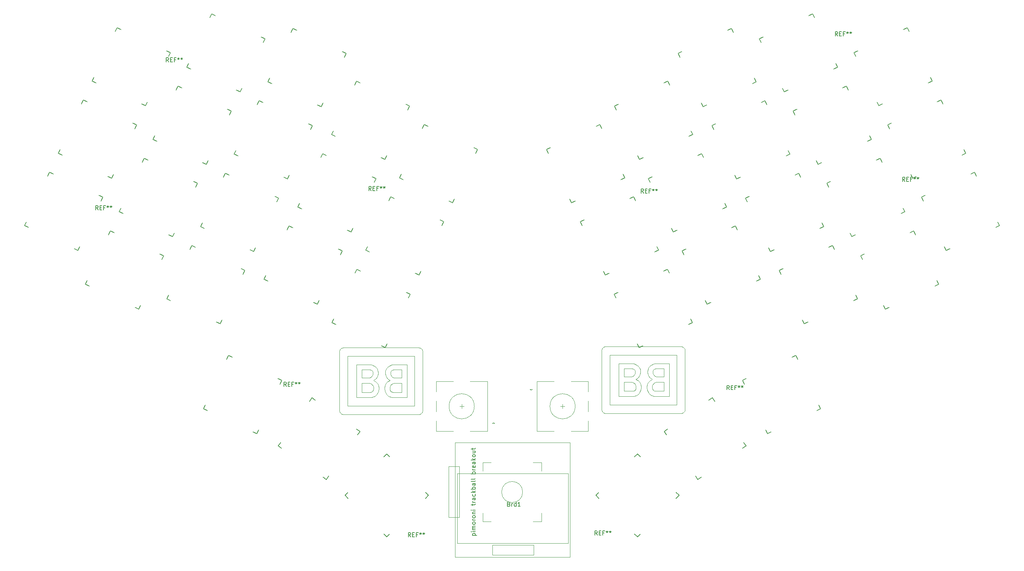
<source format=gbr>
%TF.GenerationSoftware,KiCad,Pcbnew,(5.1.10)-1*%
%TF.CreationDate,2021-08-07T23:48:32-07:00*%
%TF.ProjectId,barobord,6261726f-626f-4726-942e-6b696361645f,rev?*%
%TF.SameCoordinates,Original*%
%TF.FileFunction,Legend,Top*%
%TF.FilePolarity,Positive*%
%FSLAX46Y46*%
G04 Gerber Fmt 4.6, Leading zero omitted, Abs format (unit mm)*
G04 Created by KiCad (PCBNEW (5.1.10)-1) date 2021-08-07 23:48:32*
%MOMM*%
%LPD*%
G01*
G04 APERTURE LIST*
%ADD10C,0.080000*%
%ADD11C,0.150000*%
%ADD12C,0.120000*%
G04 APERTURE END LIST*
D10*
X167597456Y-104021104D02*
X167766129Y-103929904D01*
X167450832Y-119437127D02*
X167329840Y-119290504D01*
X176583763Y-113670994D02*
X176505663Y-114093094D01*
X169145273Y-117742824D02*
X169145273Y-105836604D01*
X167180874Y-104643904D02*
X167238614Y-104457404D01*
X186567893Y-119558119D02*
X186399293Y-119649345D01*
X187004693Y-118785040D02*
X186984493Y-118935384D01*
X185020293Y-105836604D02*
X185020293Y-117742824D01*
X168102919Y-103852204D02*
X168153081Y-103852204D01*
X186012493Y-103852204D02*
X186062493Y-103852204D01*
X167160893Y-118785040D02*
X167160893Y-118735016D01*
X168153081Y-103852204D02*
X186012493Y-103852204D01*
X167180874Y-118935384D02*
X167160893Y-118785040D01*
X167238614Y-104457404D02*
X167329840Y-104288805D01*
X167597456Y-119558119D02*
X167450832Y-119437127D01*
X186212793Y-119707085D02*
X186062493Y-119727204D01*
X176505663Y-114093094D02*
X176490063Y-114145874D01*
X168153081Y-119727204D02*
X168102919Y-119727204D01*
X167952576Y-103872204D02*
X168102919Y-103852204D01*
X167160893Y-104794204D02*
X167180874Y-104643904D01*
X167160893Y-118735016D02*
X167160893Y-104844404D01*
X186926793Y-119121830D02*
X186835593Y-119290504D01*
X186399293Y-103929904D02*
X186567893Y-104021104D01*
X167766129Y-119649345D02*
X167597456Y-119558119D01*
X186984493Y-118935384D02*
X186926793Y-119121830D01*
X186984493Y-104643904D02*
X187004693Y-104794204D01*
X186062493Y-119727204D02*
X186012493Y-119727204D01*
X167329840Y-119290504D02*
X167238614Y-119121830D01*
X186835593Y-104288805D02*
X186926793Y-104457404D01*
X186062493Y-103852204D02*
X186212793Y-103872204D01*
X186212793Y-103872204D02*
X186399293Y-103929904D01*
X167160893Y-104844404D02*
X167160893Y-104794204D01*
X168102919Y-119727204D02*
X167952576Y-119707085D01*
X186835593Y-119290504D02*
X186714593Y-119437127D01*
X186012493Y-119727204D02*
X168153081Y-119727204D01*
X185020293Y-117742824D02*
X169145273Y-117742824D01*
X187004693Y-104794204D02*
X187004693Y-104844404D01*
X187004693Y-118735016D02*
X187004693Y-118785040D01*
X186714593Y-104142104D02*
X186835593Y-104288805D01*
X186926793Y-104457404D02*
X186984493Y-104643904D01*
X167952576Y-119707085D02*
X167766129Y-119649345D01*
X186714593Y-119437127D02*
X186567893Y-119558119D01*
X187004693Y-104844404D02*
X187004693Y-118735016D01*
X167329840Y-104288805D02*
X167450832Y-104142104D01*
X167766129Y-103929904D02*
X167952576Y-103872204D01*
X186567893Y-104021104D02*
X186714593Y-104142104D01*
X176474363Y-114198504D02*
X176249613Y-114687034D01*
X169145273Y-105836604D02*
X185020293Y-105836604D01*
X167238614Y-119121830D02*
X167180874Y-118935384D01*
X186399293Y-119649345D02*
X186212793Y-119707085D01*
X176490063Y-114145874D02*
X176474363Y-114198504D01*
X167450832Y-104142104D02*
X167597456Y-104021104D01*
X176583763Y-113512814D02*
X176583763Y-113670994D01*
X174728682Y-112429924D02*
X174609193Y-112368084D01*
X174872262Y-112533994D02*
X174728682Y-112429924D01*
X174998343Y-112664484D02*
X174872262Y-112533994D01*
X175082693Y-112780234D02*
X174998343Y-112664484D01*
X175125803Y-110170524D02*
X175153783Y-109969444D01*
X175106793Y-112821294D02*
X175082693Y-112780234D01*
X174903133Y-110627724D02*
X175042303Y-110412354D01*
X175317783Y-113443064D02*
X175265013Y-113164024D01*
X174708253Y-110816814D02*
X174761172Y-110774904D01*
X174761172Y-110774904D02*
X174903133Y-110627724D01*
X175141923Y-112875874D02*
X175106793Y-112821294D01*
X175317783Y-113536234D02*
X175317783Y-113443064D01*
X175042303Y-110412354D02*
X175125803Y-110170524D01*
X174680843Y-110838294D02*
X174708253Y-110816814D01*
X175153783Y-109969444D02*
X175153783Y-109902484D01*
X174547033Y-110925114D02*
X174680843Y-110838294D01*
X174546083Y-112344515D02*
X174447413Y-112317075D01*
X174567573Y-112352354D02*
X174546083Y-112344515D01*
X174609193Y-112368084D02*
X174567573Y-112352354D01*
X175265013Y-113164024D02*
X175141923Y-112875874D01*
X172481103Y-111027774D02*
X173969782Y-111027774D01*
X175153783Y-109815244D02*
X175100193Y-109553704D01*
X174739543Y-115677424D02*
X174346803Y-115716544D01*
X175842403Y-111953675D02*
X176189113Y-112307304D01*
X175422523Y-111540144D02*
X175294363Y-111613884D01*
X176396223Y-109741934D02*
X176396223Y-109843784D01*
X175282653Y-115542664D02*
X175080473Y-115605064D01*
X175083363Y-108015304D02*
X175149793Y-108040604D01*
X174216023Y-107862804D02*
X174328773Y-107862804D01*
X171238513Y-107862804D02*
X174216023Y-107862804D01*
X175860853Y-115177324D02*
X175821873Y-115212464D01*
X176120743Y-110854844D02*
X175776393Y-111265754D01*
X176327333Y-110380784D02*
X176120743Y-110854844D01*
X175364633Y-115509424D02*
X175317783Y-115529004D01*
X174391742Y-110992634D02*
X174417113Y-110984804D01*
X176396223Y-109978014D02*
X176327333Y-110380784D01*
X175776393Y-111265754D02*
X175422523Y-111540144D01*
X176249613Y-114687034D02*
X176220403Y-114731944D01*
X172481103Y-109105404D02*
X172481103Y-111027774D01*
X174366243Y-110998424D02*
X174391742Y-110992634D01*
X174209953Y-111018954D02*
X174366243Y-110998424D01*
X174346803Y-115716544D02*
X174216023Y-115716544D01*
X176243823Y-112387484D02*
X176300453Y-112467564D01*
X174029723Y-111027774D02*
X174209953Y-111018954D01*
X174298043Y-109105404D02*
X172481103Y-109105404D01*
X175775023Y-108437204D02*
X175823813Y-108480204D01*
X176192953Y-114776884D02*
X176038613Y-114986894D01*
X174843053Y-115659924D02*
X174790423Y-115669694D01*
X175100193Y-109553704D02*
X174939783Y-109304704D01*
X175294363Y-111613884D02*
X175397833Y-111662634D01*
X176035723Y-108721304D02*
X176204673Y-108997804D01*
X175821873Y-115212464D02*
X175784653Y-115245694D01*
X175584413Y-115391214D02*
X175364633Y-115509424D01*
X173969782Y-111027774D02*
X174029723Y-111027774D01*
X174672302Y-109155204D02*
X174391603Y-109105404D01*
X175153783Y-109902484D02*
X175153783Y-109815244D01*
X176204673Y-108997804D02*
X176232113Y-109058404D01*
X176583763Y-113361754D02*
X176583763Y-113512814D01*
X176498743Y-112909064D02*
X176583763Y-113361754D01*
X176300453Y-112467564D02*
X176498743Y-112909064D01*
X176259383Y-109118904D02*
X176355163Y-109436404D01*
X176355163Y-109436404D02*
X176396223Y-109741934D01*
X175726093Y-108392304D02*
X175775023Y-108437204D01*
X174790423Y-115669694D02*
X174739543Y-115677424D01*
X175823813Y-108480204D02*
X176035723Y-108721304D01*
X171238513Y-115716544D02*
X171238513Y-107862804D01*
X175080473Y-115605064D02*
X174843053Y-115659924D01*
X176038613Y-114986894D02*
X175860853Y-115177324D01*
X174391603Y-109105404D02*
X174298043Y-109105404D01*
X174328773Y-107862804D02*
X174667193Y-107900904D01*
X176189113Y-112307304D02*
X176243823Y-112387484D01*
X175317783Y-115529004D02*
X175282653Y-115542664D01*
X175397833Y-111662634D02*
X175842403Y-111953675D01*
X175455443Y-108196904D02*
X175726093Y-108392304D01*
X175784653Y-115245694D02*
X175584413Y-115391214D01*
X176220403Y-114731944D02*
X176192953Y-114776884D01*
X174667193Y-107900904D02*
X175016933Y-107989804D01*
X174216023Y-115716544D02*
X171238513Y-115716544D01*
X175016933Y-107989804D02*
X175083363Y-108015304D01*
X176396223Y-109843784D02*
X176396223Y-109978014D01*
X175149793Y-108040604D02*
X175455443Y-108196904D01*
X176232113Y-109058404D02*
X176259383Y-109118904D01*
X174417113Y-110984804D02*
X174547033Y-110925114D01*
X174939783Y-109304704D02*
X174672302Y-109155204D01*
X179544893Y-109304604D02*
X179384493Y-109553704D01*
X179812293Y-109155004D02*
X179544893Y-109304604D01*
X182003593Y-109105304D02*
X180186693Y-109105304D01*
X179937493Y-110925114D02*
X180067493Y-110984804D01*
X180092993Y-109105304D02*
X179812293Y-109155004D01*
X180118293Y-110998424D02*
X180274593Y-111018954D01*
X180186693Y-109105304D02*
X180092993Y-109105304D01*
X182003593Y-111027774D02*
X182003593Y-109105304D01*
X180514893Y-111027774D02*
X182003593Y-111027774D01*
X180454793Y-111027774D02*
X180514893Y-111027774D01*
X180274593Y-111018954D02*
X180454793Y-111027774D01*
X180067493Y-110984804D02*
X180092993Y-110992634D01*
X180092993Y-110992634D02*
X180118293Y-110998424D01*
X179803693Y-110838294D02*
X179937493Y-110925114D01*
X179486193Y-112664344D02*
X179401893Y-112780094D01*
X179875393Y-112368084D02*
X179755893Y-112429924D01*
X175317783Y-113636144D02*
X175317783Y-113536234D01*
X174461593Y-114450564D02*
X174777043Y-114393384D01*
X172481103Y-112293784D02*
X172481103Y-114450564D01*
X179938593Y-112344515D02*
X179917093Y-112352354D01*
X179330993Y-109969444D02*
X179358793Y-110170524D01*
X179330993Y-109902484D02*
X179330993Y-109969444D01*
X179219593Y-113164024D02*
X179166893Y-113443064D01*
X179917093Y-112352354D02*
X179875393Y-112368084D01*
X180259993Y-112296684D02*
X180155393Y-112303414D01*
X180139792Y-112305504D02*
X180114192Y-112305504D01*
X180155393Y-112303414D02*
X180139792Y-112305504D01*
X182003593Y-112293784D02*
X180432893Y-112293784D01*
X179407093Y-114221934D02*
X179707493Y-114393384D01*
X175077442Y-114221934D02*
X175257703Y-113936284D01*
X174777043Y-114393384D02*
X175077442Y-114221934D01*
X179226893Y-113936284D02*
X179407093Y-114221934D01*
X174370503Y-112305504D02*
X174344893Y-112305504D01*
X179401893Y-112780094D02*
X179377893Y-112821154D01*
X172481103Y-114450564D02*
X174356603Y-114450564D01*
X174224702Y-112296684D02*
X174095053Y-112293784D01*
X179612293Y-112533994D02*
X179486193Y-112664344D01*
X179755893Y-112429924D02*
X179612293Y-112533994D01*
X180128093Y-114450564D02*
X182003593Y-114450564D01*
X179342593Y-112875874D02*
X179219593Y-113164024D01*
X174356603Y-114450564D02*
X174461593Y-114450564D01*
X180432893Y-112293784D02*
X180389593Y-112293784D01*
X179166893Y-113636144D02*
X179226893Y-113936284D01*
X179377893Y-112821154D02*
X179342593Y-112875874D01*
X180389593Y-112293784D02*
X180259993Y-112296684D01*
X180037293Y-112317075D02*
X179938593Y-112344515D01*
X174095053Y-112293784D02*
X174051913Y-112293784D01*
X175257703Y-113936284D02*
X175317783Y-113636144D01*
X174447413Y-112317075D02*
X174370503Y-112305504D01*
X180114192Y-112305504D02*
X180037293Y-112317075D01*
X174329163Y-112303414D02*
X174224702Y-112296684D01*
X179166893Y-113536234D02*
X179166893Y-113636144D01*
X179776393Y-110816814D02*
X179803693Y-110838294D01*
X179723393Y-110774904D02*
X179776393Y-110816814D01*
X179581393Y-110627724D02*
X179723393Y-110774904D01*
X174344893Y-112305504D02*
X174329163Y-112303414D01*
X179442293Y-110412354D02*
X179581393Y-110627724D01*
X179707493Y-114393384D02*
X180022993Y-114450564D01*
X179358793Y-110170524D02*
X179442293Y-110412354D01*
X174051913Y-112293784D02*
X172481103Y-112293784D01*
X182003593Y-114450564D02*
X182003593Y-112293784D01*
X180022993Y-114450564D02*
X180128093Y-114450564D01*
X179166893Y-113443064D02*
X179166893Y-113536234D01*
X179401293Y-108015304D02*
X179467693Y-107989804D01*
X178623693Y-115177324D02*
X178445893Y-114986894D01*
X178642293Y-111953675D02*
X179086693Y-111662634D01*
X178264293Y-114731944D02*
X178234893Y-114686894D01*
X177900893Y-113657764D02*
X177900893Y-113512814D01*
X179029093Y-108196904D02*
X179334893Y-108040604D01*
X177978893Y-114093094D02*
X177900893Y-113657764D01*
X178699893Y-115245694D02*
X178662793Y-115212464D01*
X178662793Y-115212464D02*
X178623693Y-115177324D01*
X179166893Y-115529004D02*
X179119893Y-115509424D01*
X179202093Y-115542664D02*
X179166893Y-115529004D01*
X179404193Y-115605064D02*
X179202093Y-115542664D01*
X179745193Y-115677424D02*
X179694393Y-115669694D01*
X179334893Y-108040604D02*
X179401293Y-108015304D01*
X178088493Y-109843924D02*
X178088493Y-109741934D01*
X178088493Y-109978124D02*
X178088493Y-109843924D01*
X178363793Y-110854844D02*
X178157193Y-110380784D01*
X178184093Y-112467564D02*
X178240893Y-112387484D01*
X179384493Y-109553704D02*
X179330993Y-109815244D01*
X180268793Y-107862804D02*
X183246193Y-107862804D01*
X180155892Y-107862804D02*
X180268793Y-107862804D01*
X178709693Y-108437204D02*
X178758493Y-108392304D01*
X178129393Y-109436404D02*
X178225193Y-109118904D01*
X177985793Y-112909064D02*
X178184093Y-112467564D01*
X178234893Y-114686894D02*
X178010193Y-114198504D01*
X178448793Y-108721304D02*
X178660793Y-108480104D01*
X178291593Y-114776884D02*
X178264293Y-114731944D01*
X177900893Y-113512814D02*
X177900893Y-113361754D01*
X178445893Y-114986894D02*
X178291593Y-114776884D01*
X180268793Y-115716544D02*
X180125193Y-115716544D01*
X178088493Y-109741934D02*
X178129393Y-109436404D01*
X179330993Y-109815244D02*
X179330993Y-109902484D01*
X178708193Y-111265754D02*
X178363793Y-110854844D01*
X179694393Y-115669694D02*
X179641593Y-115659924D01*
X179817493Y-107900904D02*
X180155892Y-107862804D01*
X178758493Y-108392304D02*
X179029093Y-108196904D01*
X179641593Y-115659924D02*
X179404193Y-115605064D01*
X177994593Y-114145874D02*
X177978893Y-114093094D01*
X178900093Y-115391214D02*
X178699893Y-115245694D01*
X178010193Y-114198504D02*
X177994593Y-114145874D01*
X179119893Y-115509424D02*
X178900093Y-115391214D01*
X178225193Y-109118904D02*
X178252593Y-109058404D01*
X179086693Y-111662634D02*
X179190293Y-111613884D01*
X179467693Y-107989804D02*
X179817493Y-107900904D01*
X183246193Y-107862804D02*
X183246193Y-115716544D01*
X179061993Y-111540144D02*
X178708193Y-111265754D01*
X177900893Y-113361754D02*
X177985793Y-112909064D01*
X178660793Y-108480104D02*
X178709693Y-108437204D01*
X178279893Y-108997804D02*
X178448793Y-108721304D01*
X178295593Y-112307304D02*
X178642293Y-111953675D01*
X179190293Y-111613884D02*
X179061993Y-111540144D01*
X178240893Y-112387484D02*
X178295593Y-112307304D01*
X180125193Y-115716544D02*
X179745193Y-115677424D01*
X183246193Y-115716544D02*
X180268793Y-115716544D01*
X178157193Y-110380784D02*
X178088493Y-109978124D01*
X178252593Y-109058404D02*
X178279893Y-108997804D01*
X112620533Y-110672254D02*
X112704033Y-110430424D01*
X111788183Y-111278854D02*
X111944473Y-111258324D01*
X112732013Y-110162384D02*
X112732013Y-110075144D01*
X112481363Y-110887624D02*
X112620533Y-110672254D01*
X112339402Y-111034804D02*
X112481363Y-110887624D01*
X113905563Y-110640684D02*
X113698973Y-111114744D01*
X112286483Y-111076714D02*
X112339402Y-111034804D01*
X112125263Y-111185014D02*
X112259073Y-111098194D01*
X112595163Y-108249704D02*
X112661593Y-108275204D01*
X111995343Y-111244704D02*
X112125263Y-111185014D01*
X113698973Y-111114744D02*
X113354623Y-111525654D01*
X111944473Y-111258324D02*
X111969972Y-111252534D01*
X112245423Y-108160804D02*
X112595163Y-108249704D01*
X110059333Y-109365304D02*
X110059333Y-111287674D01*
X113420633Y-112213575D02*
X113767343Y-112567204D01*
X112250532Y-109415104D02*
X111969833Y-109365304D01*
X113822053Y-112647384D02*
X113878683Y-112727464D01*
X113613953Y-108981204D02*
X113782903Y-109257704D01*
X113402043Y-108740104D02*
X113613953Y-108981204D01*
X113767343Y-112567204D02*
X113822053Y-112647384D01*
X111548012Y-111287674D02*
X111607953Y-111287674D01*
X113354623Y-111525654D02*
X113000753Y-111800044D01*
X113837613Y-109378804D02*
X113933393Y-109696304D01*
X108816743Y-108122704D02*
X111794253Y-108122704D01*
X112518013Y-109564604D02*
X112250532Y-109415104D01*
X112661593Y-108275204D02*
X112728023Y-108300504D01*
X114076973Y-113168964D02*
X114161993Y-113621654D01*
X112976063Y-111922534D02*
X113420633Y-112213575D01*
X111876273Y-109365304D02*
X110059333Y-109365304D01*
X113000753Y-111800044D02*
X112872593Y-111873784D01*
X112872593Y-111873784D02*
X112976063Y-111922534D01*
X113810343Y-109318304D02*
X113837613Y-109378804D01*
X112678423Y-109813604D02*
X112518013Y-109564604D01*
X111794253Y-108122704D02*
X111907003Y-108122704D01*
X114161993Y-113621654D02*
X114161993Y-113772714D01*
X113974453Y-110103684D02*
X113974453Y-110237914D01*
X113933393Y-109696304D02*
X113974453Y-110001834D01*
X113304323Y-108652204D02*
X113353253Y-108697104D01*
X111969833Y-109365304D02*
X111876273Y-109365304D01*
X113878683Y-112727464D02*
X114076973Y-113168964D01*
X113353253Y-108697104D02*
X113402043Y-108740104D01*
X113782903Y-109257704D02*
X113810343Y-109318304D01*
X112843243Y-113423924D02*
X112720153Y-113135774D01*
X113033673Y-108456804D02*
X113304323Y-108652204D01*
X111969972Y-111252534D02*
X111995343Y-111244704D01*
X112896013Y-113702964D02*
X112843243Y-113423924D01*
X112896013Y-113796134D02*
X112896013Y-113702964D01*
X112732013Y-110229344D02*
X112732013Y-110162384D01*
X110059333Y-111287674D02*
X111548012Y-111287674D01*
X113974453Y-110237914D02*
X113905563Y-110640684D01*
X113974453Y-110001834D02*
X113974453Y-110103684D01*
X111907003Y-108122704D02*
X112245423Y-108160804D01*
X112704033Y-110430424D02*
X112732013Y-110229344D01*
X111607953Y-111287674D02*
X111788183Y-111278854D01*
X112259073Y-111098194D02*
X112286483Y-111076714D01*
X112732013Y-110075144D02*
X112678423Y-109813604D01*
X112728023Y-108300504D02*
X113033673Y-108456804D01*
X116241023Y-115472364D02*
X116201923Y-115437224D01*
X119581823Y-109365204D02*
X117764923Y-109365204D01*
X117323423Y-115937324D02*
X117272623Y-115929594D01*
X115707623Y-109696304D02*
X115803423Y-109378804D01*
X117847023Y-108122704D02*
X120824423Y-108122704D01*
X117045923Y-108249704D02*
X117395723Y-108160804D01*
X116913123Y-108300504D02*
X116979523Y-108275204D01*
X115564023Y-113168964D02*
X115762323Y-112727464D01*
X115803423Y-109378804D02*
X115830823Y-109318304D01*
X115819123Y-112647384D02*
X115873823Y-112567204D01*
X116287923Y-108697104D02*
X116336723Y-108652204D01*
X115479123Y-113772714D02*
X115479123Y-113621654D01*
X115942023Y-111114744D02*
X115735423Y-110640684D01*
X116278123Y-115505594D02*
X116241023Y-115472364D01*
X116478323Y-115651114D02*
X116278123Y-115505594D01*
X116698123Y-115769324D02*
X116478323Y-115651114D01*
X120824423Y-108122704D02*
X120824423Y-115976444D01*
X120824423Y-115976444D02*
X117847023Y-115976444D01*
X116909223Y-110075144D02*
X116909223Y-110162384D01*
X115479123Y-113621654D02*
X115564023Y-113168964D01*
X117123123Y-109564504D02*
X116962723Y-109813604D01*
X115762323Y-112727464D02*
X115819123Y-112647384D01*
X115858123Y-109257704D02*
X116027023Y-108981204D01*
X116220523Y-112213575D02*
X116664923Y-111922534D01*
X116640223Y-111800044D02*
X116286423Y-111525654D01*
X117395723Y-108160804D02*
X117734122Y-108122704D01*
X115666723Y-110238024D02*
X115666723Y-110103824D01*
X116745123Y-115788904D02*
X116698123Y-115769324D01*
X116982423Y-115864964D02*
X116780323Y-115802564D01*
X117219823Y-115919824D02*
X116982423Y-115864964D01*
X115666723Y-110001834D02*
X115707623Y-109696304D01*
X117272623Y-115929594D02*
X117219823Y-115919824D01*
X116336723Y-108652204D02*
X116607323Y-108456804D01*
X116979523Y-108275204D02*
X117045923Y-108249704D01*
X116286423Y-111525654D02*
X115942023Y-111114744D01*
X116768523Y-111873784D02*
X116640223Y-111800044D01*
X118093123Y-111287674D02*
X119581823Y-111287674D01*
X117696523Y-111258324D02*
X117852823Y-111278854D01*
X116664923Y-111922534D02*
X116768523Y-111873784D01*
X117390523Y-109414904D02*
X117123123Y-109564504D01*
X115873823Y-112567204D02*
X116220523Y-112213575D01*
X117671223Y-109365204D02*
X117390523Y-109414904D01*
X119581823Y-111287674D02*
X119581823Y-109365204D01*
X116780323Y-115802564D02*
X116745123Y-115788904D01*
X116027023Y-108981204D02*
X116239023Y-108740004D01*
X116962723Y-109813604D02*
X116909223Y-110075144D01*
X115830823Y-109318304D02*
X115858123Y-109257704D01*
X115735423Y-110640684D02*
X115666723Y-110238024D01*
X117847023Y-115976444D02*
X117703423Y-115976444D01*
X116607323Y-108456804D02*
X116913123Y-108300504D01*
X116239023Y-108740004D02*
X116287923Y-108697104D01*
X118033023Y-111287674D02*
X118093123Y-111287674D01*
X117734122Y-108122704D02*
X117847023Y-108122704D01*
X115813123Y-114946794D02*
X115588423Y-114458404D01*
X115842523Y-114991844D02*
X115813123Y-114946794D01*
X115666723Y-110103824D02*
X115666723Y-110001834D01*
X117703423Y-115976444D02*
X117323423Y-115937324D01*
X115869823Y-115036784D02*
X115842523Y-114991844D01*
X116024123Y-115246794D02*
X115869823Y-115036784D01*
X117852823Y-111278854D02*
X118033023Y-111287674D01*
X116201923Y-115437224D02*
X116024123Y-115246794D01*
X117764923Y-109365204D02*
X117671223Y-109365204D01*
X116980123Y-113039994D02*
X116956123Y-113081054D01*
X116797823Y-113423924D02*
X116745123Y-113702964D01*
X117354623Y-111076714D02*
X117381923Y-111098194D01*
X116937023Y-110430424D02*
X117020523Y-110672254D01*
X116909223Y-110229344D02*
X116937023Y-110430424D01*
X112896013Y-113896044D02*
X112896013Y-113796134D01*
X112660923Y-113040134D02*
X112576573Y-112924384D01*
X119581823Y-114710464D02*
X119581823Y-112553684D01*
X116956123Y-113081054D02*
X116920823Y-113135774D01*
X117334123Y-112689824D02*
X117190523Y-112793894D01*
X117601223Y-114710464D02*
X117706323Y-114710464D01*
X111923123Y-112565404D02*
X111907393Y-112563314D01*
X110059333Y-114710464D02*
X111934833Y-114710464D01*
X117516823Y-112604415D02*
X117495323Y-112612254D01*
X111934833Y-114710464D02*
X112039823Y-114710464D01*
X117733623Y-112563314D02*
X117718022Y-112565404D01*
X118011123Y-112553684D02*
X117967823Y-112553684D01*
X112685023Y-113081194D02*
X112660923Y-113040134D01*
X110059333Y-112553684D02*
X110059333Y-114710464D01*
X119581823Y-112553684D02*
X118011123Y-112553684D01*
X111948733Y-112565404D02*
X111923123Y-112565404D01*
X117706323Y-114710464D02*
X119581823Y-114710464D01*
X116745123Y-113796134D02*
X116745123Y-113896044D01*
X111630143Y-112553684D02*
X110059333Y-112553684D01*
X117285723Y-114653284D02*
X117601223Y-114710464D01*
X112720153Y-113135774D02*
X112685023Y-113081194D01*
X117064423Y-112924244D02*
X116980123Y-113039994D01*
X111802932Y-112556584D02*
X111673283Y-112553684D01*
X117453623Y-112627984D02*
X117334123Y-112689824D01*
X117495323Y-112612254D02*
X117453623Y-112627984D01*
X117692422Y-112565404D02*
X117615523Y-112576975D01*
X117838223Y-112556584D02*
X117733623Y-112563314D01*
X112835933Y-114196184D02*
X112896013Y-113896044D01*
X111673283Y-112553684D02*
X111630143Y-112553684D01*
X112145803Y-112612254D02*
X112124313Y-112604415D01*
X112039823Y-114710464D02*
X112355273Y-114653284D01*
X111907393Y-112563314D02*
X111802932Y-112556584D01*
X117615523Y-112576975D02*
X117516823Y-112604415D01*
X117718022Y-112565404D02*
X117692422Y-112565404D01*
X112355273Y-114653284D02*
X112655672Y-114481834D01*
X112576573Y-112924384D02*
X112450492Y-112793894D01*
X117671223Y-111252534D02*
X117696523Y-111258324D01*
X116745123Y-113702964D02*
X116745123Y-113796134D01*
X112025643Y-112576975D02*
X111948733Y-112565404D01*
X117645723Y-111244704D02*
X117671223Y-111252534D01*
X117159623Y-110887624D02*
X117301623Y-111034804D01*
X112124313Y-112604415D02*
X112025643Y-112576975D01*
X112187423Y-112627984D02*
X112145803Y-112612254D01*
X117301623Y-111034804D02*
X117354623Y-111076714D01*
X117190523Y-112793894D02*
X117064423Y-112924244D01*
X116985323Y-114481834D02*
X117285723Y-114653284D01*
X116745123Y-113896044D02*
X116805123Y-114196184D01*
X112306912Y-112689824D02*
X112187423Y-112627984D01*
X117515723Y-111185014D02*
X117645723Y-111244704D01*
X117381923Y-111098194D02*
X117515723Y-111185014D01*
X117020523Y-110672254D02*
X117159623Y-110887624D01*
X116909223Y-110162384D02*
X116909223Y-110229344D01*
X116805123Y-114196184D02*
X116985323Y-114481834D01*
X112655672Y-114481834D02*
X112835933Y-114196184D01*
X112450492Y-112793894D02*
X112306912Y-112689824D01*
X116920823Y-113135774D02*
X116797823Y-113423924D01*
X117967823Y-112553684D02*
X117838223Y-112556584D01*
X115588423Y-114458404D02*
X115572823Y-114405774D01*
X115557123Y-114352994D02*
X115479123Y-113917664D01*
X115479123Y-113917664D02*
X115479123Y-113772714D01*
X115572823Y-114405774D02*
X115557123Y-114352994D01*
X123791023Y-119966985D02*
X123640723Y-119987104D01*
X123590723Y-104112104D02*
X123640723Y-104112104D01*
X124562723Y-119195284D02*
X124505023Y-119381730D01*
X124582923Y-105104304D02*
X124582923Y-118994916D01*
X123977523Y-119909245D02*
X123791023Y-119966985D01*
X124413823Y-119550404D02*
X124292823Y-119697027D01*
X124582923Y-105054104D02*
X124582923Y-105104304D01*
X124562723Y-104903804D02*
X124582923Y-105054104D01*
X124505023Y-104717304D02*
X124562723Y-104903804D01*
X124146123Y-119818019D02*
X123977523Y-119909245D01*
X124292823Y-119697027D02*
X124146123Y-119818019D01*
X124582923Y-118994916D02*
X124582923Y-119044940D01*
X123791023Y-104132104D02*
X123977523Y-104189804D01*
X123640723Y-104112104D02*
X123791023Y-104132104D01*
X124292823Y-104402004D02*
X124413823Y-104548705D01*
X123977523Y-104189804D02*
X124146123Y-104281004D01*
X124505023Y-119381730D02*
X124413823Y-119550404D01*
X124146123Y-104281004D02*
X124292823Y-104402004D01*
X124582923Y-119044940D02*
X124562723Y-119195284D01*
X124413823Y-104548705D02*
X124505023Y-104717304D01*
X105681149Y-119987104D02*
X105530806Y-119966985D01*
X105731311Y-119987104D02*
X105681149Y-119987104D01*
X105731311Y-104112104D02*
X123590723Y-104112104D01*
X123590723Y-119987104D02*
X105731311Y-119987104D01*
X123640723Y-119987104D02*
X123590723Y-119987104D01*
X114083893Y-114352994D02*
X114068293Y-114405774D01*
X113616843Y-115246794D02*
X113439083Y-115437224D01*
X105175686Y-104281004D02*
X105344359Y-104189804D01*
X114161993Y-113772714D02*
X114161993Y-113930894D01*
X104759104Y-119195284D02*
X104739123Y-119044940D01*
X105530806Y-119966985D02*
X105344359Y-119909245D01*
X104739123Y-105054104D02*
X104759104Y-104903804D01*
X112317773Y-115937324D02*
X111925033Y-115976444D01*
X112368653Y-115929594D02*
X112317773Y-115937324D01*
X114161993Y-113930894D02*
X114083893Y-114352994D01*
X112421283Y-115919824D02*
X112368653Y-115929594D01*
X112896013Y-115788904D02*
X112860883Y-115802564D01*
X113439083Y-115437224D02*
X113400103Y-115472364D01*
X114068293Y-114405774D02*
X114052593Y-114458404D01*
X122598523Y-118002724D02*
X106723503Y-118002724D01*
X104739123Y-118994916D02*
X104739123Y-105104304D01*
X105029062Y-119697027D02*
X104908070Y-119550404D01*
X105175686Y-119818019D02*
X105029062Y-119697027D01*
X112942863Y-115769324D02*
X112896013Y-115788904D01*
X113798633Y-114991844D02*
X113771183Y-115036784D01*
X106723503Y-118002724D02*
X106723503Y-106096504D01*
X105681149Y-104112104D02*
X105731311Y-104112104D01*
X104759104Y-104903804D02*
X104816844Y-104717304D01*
X105530806Y-104132104D02*
X105681149Y-104112104D01*
X104908070Y-104548705D02*
X105029062Y-104402004D01*
X104739123Y-105104304D02*
X104739123Y-105054104D01*
X104739123Y-119044940D02*
X104739123Y-118994916D01*
X104908070Y-119550404D02*
X104816844Y-119381730D01*
X113162643Y-115651114D02*
X112942863Y-115769324D01*
X105344359Y-104189804D02*
X105530806Y-104132104D01*
X104816844Y-119381730D02*
X104759104Y-119195284D01*
X122598523Y-106096504D02*
X122598523Y-118002724D01*
X105029062Y-104402004D02*
X105175686Y-104281004D01*
X106723503Y-106096504D02*
X122598523Y-106096504D01*
X108816743Y-115976444D02*
X108816743Y-108122704D01*
X111794253Y-115976444D02*
X108816743Y-115976444D01*
X113771183Y-115036784D02*
X113616843Y-115246794D01*
X111925033Y-115976444D02*
X111794253Y-115976444D01*
X112658703Y-115864964D02*
X112421283Y-115919824D01*
X113827843Y-114946934D02*
X113798633Y-114991844D01*
X112860883Y-115802564D02*
X112658703Y-115864964D01*
X113400103Y-115472364D02*
X113362883Y-115505594D01*
X105344359Y-119909245D02*
X105175686Y-119818019D01*
X113362883Y-115505594D02*
X113162643Y-115651114D01*
X104816844Y-104717304D02*
X104908070Y-104548705D01*
X114052593Y-114458404D02*
X113827843Y-114946934D01*
D11*
%TO.C,SW40*%
X229180772Y-83126630D02*
X228758154Y-82220322D01*
X234674809Y-94908631D02*
X235581117Y-94486013D01*
X229664461Y-81797704D02*
X228758154Y-82220322D01*
X234674809Y-94908631D02*
X234252191Y-94002324D01*
X246940500Y-88085668D02*
X247363118Y-88991976D01*
X247363118Y-88991976D02*
X246456811Y-89414594D01*
X246456811Y-89414594D02*
X247363118Y-88991976D01*
X241446463Y-76303667D02*
X241869081Y-77209974D01*
X241446463Y-76303667D02*
X240540155Y-76726285D01*
%TO.C,SW39*%
X209847834Y-86624838D02*
X209425216Y-85718530D01*
X215341871Y-98406839D02*
X216248179Y-97984221D01*
X210331523Y-85295912D02*
X209425216Y-85718530D01*
X215341871Y-98406839D02*
X214919253Y-97500532D01*
X227607562Y-91583876D02*
X228030180Y-92490184D01*
X228030180Y-92490184D02*
X227123873Y-92912802D01*
X227123873Y-92912802D02*
X228030180Y-92490184D01*
X222113525Y-79801875D02*
X222536143Y-80708182D01*
X222113525Y-79801875D02*
X221207217Y-80224493D01*
%TO.C,SW38*%
X201080351Y-112780741D02*
X200657733Y-111874433D01*
X206574388Y-124562742D02*
X207480696Y-124140124D01*
X201564040Y-111451815D02*
X200657733Y-111874433D01*
X206574388Y-124562742D02*
X206151770Y-123656435D01*
X218840079Y-117739779D02*
X219262697Y-118646087D01*
X219262697Y-118646087D02*
X218356390Y-119068705D01*
X218356390Y-119068705D02*
X219262697Y-118646087D01*
X213346042Y-105957778D02*
X213768660Y-106864085D01*
X213346042Y-105957778D02*
X212439734Y-106380396D01*
%TO.C,SW37*%
X182598159Y-124860382D02*
X182024583Y-124041230D01*
X190054653Y-135509358D02*
X190873805Y-134935782D01*
X182843735Y-123467653D02*
X182024583Y-124041230D01*
X190054653Y-135509358D02*
X189481076Y-134690206D01*
X200949205Y-126660136D02*
X201522781Y-127479288D01*
X201522781Y-127479288D02*
X200703629Y-128052865D01*
X200703629Y-128052865D02*
X201522781Y-127479288D01*
X193492711Y-116011160D02*
X194066288Y-116830312D01*
X193492711Y-116011160D02*
X192673559Y-116584736D01*
%TO.C,SW36*%
X166494362Y-139965906D02*
X165787255Y-139258799D01*
X175686750Y-149158294D02*
X176393857Y-148451187D01*
X166494362Y-138551692D02*
X165787255Y-139258799D01*
X175686750Y-149158294D02*
X174979643Y-148451187D01*
X184879138Y-138551692D02*
X185586245Y-139258799D01*
X185586245Y-139258799D02*
X184879138Y-139965906D01*
X184879138Y-139965906D02*
X185586245Y-139258799D01*
X175686750Y-129359304D02*
X176393857Y-130066411D01*
X175686750Y-129359304D02*
X174979643Y-130066411D01*
%TO.C,SW35*%
X115306143Y-130066411D02*
X116013250Y-129359304D01*
X106113755Y-139258799D02*
X106820862Y-139965906D01*
X116720357Y-130066411D02*
X116013250Y-129359304D01*
X106113755Y-139258799D02*
X106820862Y-138551692D01*
X116720357Y-148451187D02*
X116013250Y-149158294D01*
X116013250Y-149158294D02*
X115306143Y-148451187D01*
X115306143Y-148451187D02*
X116013250Y-149158294D01*
X125912745Y-139258799D02*
X125205638Y-139965906D01*
X125912745Y-139258799D02*
X125205638Y-138551692D01*
%TO.C,SW34*%
X97633712Y-116830312D02*
X98207289Y-116011160D01*
X90177219Y-127479288D02*
X90996371Y-128052865D01*
X99026441Y-116584736D02*
X98207289Y-116011160D01*
X90177219Y-127479288D02*
X90750795Y-126660136D01*
X102218924Y-134690206D02*
X101645347Y-135509358D01*
X101645347Y-135509358D02*
X100826195Y-134935782D01*
X100826195Y-134935782D02*
X101645347Y-135509358D01*
X109675417Y-124041230D02*
X109101841Y-124860382D01*
X109675417Y-124041230D02*
X108856265Y-123467653D01*
%TO.C,SW33*%
X77931340Y-106864085D02*
X78353958Y-105957778D01*
X72437303Y-118646087D02*
X73343610Y-119068705D01*
X79260266Y-106380396D02*
X78353958Y-105957778D01*
X72437303Y-118646087D02*
X72859921Y-117739779D01*
X85548230Y-123656435D02*
X85125612Y-124562742D01*
X85125612Y-124562742D02*
X84219304Y-124140124D01*
X84219304Y-124140124D02*
X85125612Y-124562742D01*
X91042267Y-111874433D02*
X90619649Y-112780741D01*
X91042267Y-111874433D02*
X90135960Y-111451815D01*
%TO.C,SW32*%
X69163857Y-80708182D02*
X69586475Y-79801875D01*
X63669820Y-92490184D02*
X64576127Y-92912802D01*
X70492783Y-80224493D02*
X69586475Y-79801875D01*
X63669820Y-92490184D02*
X64092438Y-91583876D01*
X76780747Y-97500532D02*
X76358129Y-98406839D01*
X76358129Y-98406839D02*
X75451821Y-97984221D01*
X75451821Y-97984221D02*
X76358129Y-98406839D01*
X82274784Y-85718530D02*
X81852166Y-86624838D01*
X82274784Y-85718530D02*
X81368477Y-85295912D01*
%TO.C,SW31*%
X49830919Y-77209974D02*
X50253537Y-76303667D01*
X44336882Y-88991976D02*
X45243189Y-89414594D01*
X51159845Y-76726285D02*
X50253537Y-76303667D01*
X44336882Y-88991976D02*
X44759500Y-88085668D01*
X57447809Y-94002324D02*
X57025191Y-94908631D01*
X57025191Y-94908631D02*
X56118883Y-94486013D01*
X56118883Y-94486013D02*
X57025191Y-94908631D01*
X62941846Y-82220322D02*
X62519228Y-83126630D01*
X62941846Y-82220322D02*
X62035539Y-81797704D01*
%TO.C,SW30*%
X243653600Y-69205883D02*
X243230982Y-68299575D01*
X249147637Y-80987884D02*
X250053945Y-80565266D01*
X244137289Y-67876957D02*
X243230982Y-68299575D01*
X249147637Y-80987884D02*
X248725019Y-80081577D01*
X261413328Y-74164921D02*
X261835946Y-75071229D01*
X261835946Y-75071229D02*
X260929639Y-75493847D01*
X260929639Y-75493847D02*
X261835946Y-75071229D01*
X255919291Y-62382920D02*
X256341909Y-63289227D01*
X255919291Y-62382920D02*
X255012983Y-62805538D01*
%TO.C,SW29*%
X221151025Y-65906783D02*
X220728407Y-65000475D01*
X226645062Y-77688784D02*
X227551370Y-77266166D01*
X221634714Y-64577857D02*
X220728407Y-65000475D01*
X226645062Y-77688784D02*
X226222444Y-76782477D01*
X238910753Y-70865821D02*
X239333371Y-71772129D01*
X239333371Y-71772129D02*
X238427064Y-72194747D01*
X238427064Y-72194747D02*
X239333371Y-71772129D01*
X233416716Y-59083820D02*
X233839334Y-59990127D01*
X233416716Y-59083820D02*
X232510408Y-59506438D01*
%TO.C,SW28*%
X201818087Y-69404991D02*
X201395469Y-68498683D01*
X207312124Y-81186992D02*
X208218432Y-80764374D01*
X202301776Y-68076065D02*
X201395469Y-68498683D01*
X207312124Y-81186992D02*
X206889506Y-80280685D01*
X219577815Y-74364029D02*
X220000433Y-75270337D01*
X220000433Y-75270337D02*
X219094126Y-75692955D01*
X219094126Y-75692955D02*
X220000433Y-75270337D01*
X214083778Y-62582028D02*
X214506396Y-63488335D01*
X214083778Y-62582028D02*
X213177470Y-63004646D01*
%TO.C,SW27*%
X186711331Y-81966277D02*
X186288713Y-81059969D01*
X192205368Y-93748278D02*
X193111676Y-93325660D01*
X187195020Y-80637351D02*
X186288713Y-81059969D01*
X192205368Y-93748278D02*
X191782750Y-92841971D01*
X204471059Y-86925315D02*
X204893677Y-87831623D01*
X204893677Y-87831623D02*
X203987370Y-88254241D01*
X203987370Y-88254241D02*
X204893677Y-87831623D01*
X198977022Y-75143314D02*
X199399640Y-76049621D01*
X198977022Y-75143314D02*
X198070714Y-75565932D01*
%TO.C,SW26*%
X170548029Y-92261793D02*
X170125411Y-91355485D01*
X176042066Y-104043794D02*
X176948374Y-103621176D01*
X171031718Y-90932867D02*
X170125411Y-91355485D01*
X176042066Y-104043794D02*
X175619448Y-103137487D01*
X188307757Y-97220831D02*
X188730375Y-98127139D01*
X188730375Y-98127139D02*
X187824068Y-98549757D01*
X187824068Y-98549757D02*
X188730375Y-98127139D01*
X182813720Y-85438830D02*
X183236338Y-86345137D01*
X182813720Y-85438830D02*
X181907412Y-85861448D01*
%TO.C,SW25*%
X108463662Y-86345137D02*
X108886280Y-85438830D01*
X102969625Y-98127139D02*
X103875932Y-98549757D01*
X109792588Y-85861448D02*
X108886280Y-85438830D01*
X102969625Y-98127139D02*
X103392243Y-97220831D01*
X116080552Y-103137487D02*
X115657934Y-104043794D01*
X115657934Y-104043794D02*
X114751626Y-103621176D01*
X114751626Y-103621176D02*
X115657934Y-104043794D01*
X121574589Y-91355485D02*
X121151971Y-92261793D01*
X121574589Y-91355485D02*
X120668282Y-90932867D01*
%TO.C,SW24*%
X92300360Y-76049621D02*
X92722978Y-75143314D01*
X86806323Y-87831623D02*
X87712630Y-88254241D01*
X93629286Y-75565932D02*
X92722978Y-75143314D01*
X86806323Y-87831623D02*
X87228941Y-86925315D01*
X99917250Y-92841971D02*
X99494632Y-93748278D01*
X99494632Y-93748278D02*
X98588324Y-93325660D01*
X98588324Y-93325660D02*
X99494632Y-93748278D01*
X105411287Y-81059969D02*
X104988669Y-81966277D01*
X105411287Y-81059969D02*
X104504980Y-80637351D01*
%TO.C,SW23*%
X77193604Y-63488335D02*
X77616222Y-62582028D01*
X71699567Y-75270337D02*
X72605874Y-75692955D01*
X78522530Y-63004646D02*
X77616222Y-62582028D01*
X71699567Y-75270337D02*
X72122185Y-74364029D01*
X84810494Y-80280685D02*
X84387876Y-81186992D01*
X84387876Y-81186992D02*
X83481568Y-80764374D01*
X83481568Y-80764374D02*
X84387876Y-81186992D01*
X90304531Y-68498683D02*
X89881913Y-69404991D01*
X90304531Y-68498683D02*
X89398224Y-68076065D01*
%TO.C,SW22*%
X57860666Y-59990127D02*
X58283284Y-59083820D01*
X52366629Y-71772129D02*
X53272936Y-72194747D01*
X59189592Y-59506438D02*
X58283284Y-59083820D01*
X52366629Y-71772129D02*
X52789247Y-70865821D01*
X65477556Y-76782477D02*
X65054938Y-77688784D01*
X65054938Y-77688784D02*
X64148630Y-77266166D01*
X64148630Y-77266166D02*
X65054938Y-77688784D01*
X70971593Y-65000475D02*
X70548975Y-65906783D01*
X70971593Y-65000475D02*
X70065286Y-64577857D01*
%TO.C,SW21*%
X35358091Y-63289227D02*
X35780709Y-62382920D01*
X29864054Y-75071229D02*
X30770361Y-75493847D01*
X36687017Y-62805538D02*
X35780709Y-62382920D01*
X29864054Y-75071229D02*
X30286672Y-74164921D01*
X42974981Y-80081577D02*
X42552363Y-80987884D01*
X42552363Y-80987884D02*
X41646055Y-80565266D01*
X41646055Y-80565266D02*
X42552363Y-80987884D01*
X48469018Y-68299575D02*
X48046400Y-69205883D01*
X48469018Y-68299575D02*
X47562711Y-67876957D01*
%TO.C,SW20*%
X235623853Y-51986036D02*
X235201235Y-51079728D01*
X241117890Y-63768037D02*
X242024198Y-63345419D01*
X236107542Y-50657110D02*
X235201235Y-51079728D01*
X241117890Y-63768037D02*
X240695272Y-62861730D01*
X253383581Y-56945074D02*
X253806199Y-57851382D01*
X253806199Y-57851382D02*
X252899892Y-58274000D01*
X252899892Y-58274000D02*
X253806199Y-57851382D01*
X247889544Y-45163073D02*
X248312162Y-46069380D01*
X247889544Y-45163073D02*
X246983236Y-45585691D01*
%TO.C,SW19*%
X213121278Y-48686936D02*
X212698660Y-47780628D01*
X218615315Y-60468937D02*
X219521623Y-60046319D01*
X213604967Y-47358010D02*
X212698660Y-47780628D01*
X218615315Y-60468937D02*
X218192697Y-59562630D01*
X230881006Y-53645974D02*
X231303624Y-54552282D01*
X231303624Y-54552282D02*
X230397317Y-54974900D01*
X230397317Y-54974900D02*
X231303624Y-54552282D01*
X225386969Y-41863973D02*
X225809587Y-42770280D01*
X225386969Y-41863973D02*
X224480661Y-42286591D01*
%TO.C,SW18*%
X193788340Y-52185144D02*
X193365722Y-51278836D01*
X199282377Y-63967145D02*
X200188685Y-63544527D01*
X194272029Y-50856218D02*
X193365722Y-51278836D01*
X199282377Y-63967145D02*
X198859759Y-63060838D01*
X211548068Y-57144182D02*
X211970686Y-58050490D01*
X211970686Y-58050490D02*
X211064379Y-58473108D01*
X211064379Y-58473108D02*
X211970686Y-58050490D01*
X206054031Y-45362181D02*
X206476649Y-46268488D01*
X206054031Y-45362181D02*
X205147723Y-45784799D01*
%TO.C,SW17*%
X178681584Y-64746429D02*
X178258966Y-63840121D01*
X184175621Y-76528430D02*
X185081929Y-76105812D01*
X179165273Y-63417503D02*
X178258966Y-63840121D01*
X184175621Y-76528430D02*
X183753003Y-75622123D01*
X196441312Y-69705467D02*
X196863930Y-70611775D01*
X196863930Y-70611775D02*
X195957623Y-71034393D01*
X195957623Y-71034393D02*
X196863930Y-70611775D01*
X190947275Y-57923466D02*
X191369893Y-58829773D01*
X190947275Y-57923466D02*
X190040967Y-58346084D01*
%TO.C,SW16*%
X162518283Y-75041946D02*
X162095665Y-74135638D01*
X168012320Y-86823947D02*
X168918628Y-86401329D01*
X163001972Y-73713020D02*
X162095665Y-74135638D01*
X168012320Y-86823947D02*
X167589702Y-85917640D01*
X180278011Y-80000984D02*
X180700629Y-80907292D01*
X180700629Y-80907292D02*
X179794322Y-81329910D01*
X179794322Y-81329910D02*
X180700629Y-80907292D01*
X174783974Y-68218983D02*
X175206592Y-69125290D01*
X174783974Y-68218983D02*
X173877666Y-68641601D01*
%TO.C,SW15*%
X116493408Y-69125290D02*
X116916026Y-68218983D01*
X110999371Y-80907292D02*
X111905678Y-81329910D01*
X117822334Y-68641601D02*
X116916026Y-68218983D01*
X110999371Y-80907292D02*
X111421989Y-80000984D01*
X124110298Y-85917640D02*
X123687680Y-86823947D01*
X123687680Y-86823947D02*
X122781372Y-86401329D01*
X122781372Y-86401329D02*
X123687680Y-86823947D01*
X129604335Y-74135638D02*
X129181717Y-75041946D01*
X129604335Y-74135638D02*
X128698028Y-73713020D01*
%TO.C,SW14*%
X100330107Y-58829773D02*
X100752725Y-57923466D01*
X94836070Y-70611775D02*
X95742377Y-71034393D01*
X101659033Y-58346084D02*
X100752725Y-57923466D01*
X94836070Y-70611775D02*
X95258688Y-69705467D01*
X107946997Y-75622123D02*
X107524379Y-76528430D01*
X107524379Y-76528430D02*
X106618071Y-76105812D01*
X106618071Y-76105812D02*
X107524379Y-76528430D01*
X113441034Y-63840121D02*
X113018416Y-64746429D01*
X113441034Y-63840121D02*
X112534727Y-63417503D01*
%TO.C,SW13*%
X85223351Y-46268488D02*
X85645969Y-45362181D01*
X79729314Y-58050490D02*
X80635621Y-58473108D01*
X86552277Y-45784799D02*
X85645969Y-45362181D01*
X79729314Y-58050490D02*
X80151932Y-57144182D01*
X92840241Y-63060838D02*
X92417623Y-63967145D01*
X92417623Y-63967145D02*
X91511315Y-63544527D01*
X91511315Y-63544527D02*
X92417623Y-63967145D01*
X98334278Y-51278836D02*
X97911660Y-52185144D01*
X98334278Y-51278836D02*
X97427971Y-50856218D01*
%TO.C,SW12*%
X65890413Y-42770280D02*
X66313031Y-41863973D01*
X60396376Y-54552282D02*
X61302683Y-54974900D01*
X67219339Y-42286591D02*
X66313031Y-41863973D01*
X60396376Y-54552282D02*
X60818994Y-53645974D01*
X73507303Y-59562630D02*
X73084685Y-60468937D01*
X73084685Y-60468937D02*
X72178377Y-60046319D01*
X72178377Y-60046319D02*
X73084685Y-60468937D01*
X79001340Y-47780628D02*
X78578722Y-48686936D01*
X79001340Y-47780628D02*
X78095033Y-47358010D01*
%TO.C,SW11*%
X43387838Y-46069380D02*
X43810456Y-45163073D01*
X37893801Y-57851382D02*
X38800108Y-58274000D01*
X44716764Y-45585691D02*
X43810456Y-45163073D01*
X37893801Y-57851382D02*
X38316419Y-56945074D01*
X51004728Y-62861730D02*
X50582110Y-63768037D01*
X50582110Y-63768037D02*
X49675802Y-63345419D01*
X49675802Y-63345419D02*
X50582110Y-63768037D01*
X56498765Y-51079728D02*
X56076147Y-51986036D01*
X56498765Y-51079728D02*
X55592458Y-50657110D01*
%TO.C,SW10*%
X227594106Y-34766189D02*
X227171488Y-33859881D01*
X233088143Y-46548190D02*
X233994451Y-46125572D01*
X228077795Y-33437263D02*
X227171488Y-33859881D01*
X233088143Y-46548190D02*
X232665525Y-45641883D01*
X245353834Y-39725227D02*
X245776452Y-40631535D01*
X245776452Y-40631535D02*
X244870145Y-41054153D01*
X244870145Y-41054153D02*
X245776452Y-40631535D01*
X239859797Y-27943226D02*
X240282415Y-28849533D01*
X239859797Y-27943226D02*
X238953489Y-28365844D01*
%TO.C,SW9*%
X205091531Y-31467089D02*
X204668913Y-30560781D01*
X210585568Y-43249090D02*
X211491876Y-42826472D01*
X205575220Y-30138163D02*
X204668913Y-30560781D01*
X210585568Y-43249090D02*
X210162950Y-42342783D01*
X222851259Y-36426127D02*
X223273877Y-37332435D01*
X223273877Y-37332435D02*
X222367570Y-37755053D01*
X222367570Y-37755053D02*
X223273877Y-37332435D01*
X217357222Y-24644126D02*
X217779840Y-25550433D01*
X217357222Y-24644126D02*
X216450914Y-25066744D01*
%TO.C,SW8*%
X185758593Y-34965297D02*
X185335975Y-34058989D01*
X191252630Y-46747298D02*
X192158938Y-46324680D01*
X186242282Y-33636371D02*
X185335975Y-34058989D01*
X191252630Y-46747298D02*
X190830012Y-45840991D01*
X203518321Y-39924335D02*
X203940939Y-40830643D01*
X203940939Y-40830643D02*
X203034632Y-41253261D01*
X203034632Y-41253261D02*
X203940939Y-40830643D01*
X198024284Y-28142334D02*
X198446902Y-29048641D01*
X198024284Y-28142334D02*
X197117976Y-28564952D01*
%TO.C,SW7*%
X170651837Y-47526582D02*
X170229219Y-46620274D01*
X176145874Y-59308583D02*
X177052182Y-58885965D01*
X171135526Y-46197656D02*
X170229219Y-46620274D01*
X176145874Y-59308583D02*
X175723256Y-58402276D01*
X188411565Y-52485620D02*
X188834183Y-53391928D01*
X188834183Y-53391928D02*
X187927876Y-53814546D01*
X187927876Y-53814546D02*
X188834183Y-53391928D01*
X182917528Y-40703619D02*
X183340146Y-41609926D01*
X182917528Y-40703619D02*
X182011220Y-41126237D01*
%TO.C,SW6*%
X166754227Y-50999136D02*
X165847919Y-51421754D01*
X166754227Y-50999136D02*
X167176845Y-51905443D01*
X171764575Y-64110063D02*
X172670882Y-63687445D01*
X172670882Y-63687445D02*
X171764575Y-64110063D01*
X172248264Y-62781137D02*
X172670882Y-63687445D01*
X159982573Y-69604100D02*
X159559955Y-68697793D01*
X154972225Y-56493173D02*
X154065918Y-56915791D01*
X159982573Y-69604100D02*
X160888881Y-69181482D01*
X154488536Y-57822099D02*
X154065918Y-56915791D01*
%TO.C,SW5*%
X124523155Y-51905443D02*
X124945773Y-50999136D01*
X119029118Y-63687445D02*
X119935425Y-64110063D01*
X125852081Y-51421754D02*
X124945773Y-50999136D01*
X119029118Y-63687445D02*
X119451736Y-62781137D01*
X132140045Y-68697793D02*
X131717427Y-69604100D01*
X131717427Y-69604100D02*
X130811119Y-69181482D01*
X130811119Y-69181482D02*
X131717427Y-69604100D01*
X137634082Y-56915791D02*
X137211464Y-57822099D01*
X137634082Y-56915791D02*
X136727775Y-56493173D01*
%TO.C,SW4*%
X108359854Y-41609926D02*
X108782472Y-40703619D01*
X102865817Y-53391928D02*
X103772124Y-53814546D01*
X109688780Y-41126237D02*
X108782472Y-40703619D01*
X102865817Y-53391928D02*
X103288435Y-52485620D01*
X115976744Y-58402276D02*
X115554126Y-59308583D01*
X115554126Y-59308583D02*
X114647818Y-58885965D01*
X114647818Y-58885965D02*
X115554126Y-59308583D01*
X121470781Y-46620274D02*
X121048163Y-47526582D01*
X121470781Y-46620274D02*
X120564474Y-46197656D01*
%TO.C,SW3*%
X93253098Y-29048641D02*
X93675716Y-28142334D01*
X87759061Y-40830643D02*
X88665368Y-41253261D01*
X94582024Y-28564952D02*
X93675716Y-28142334D01*
X87759061Y-40830643D02*
X88181679Y-39924335D01*
X100869988Y-45840991D02*
X100447370Y-46747298D01*
X100447370Y-46747298D02*
X99541062Y-46324680D01*
X99541062Y-46324680D02*
X100447370Y-46747298D01*
X106364025Y-34058989D02*
X105941407Y-34965297D01*
X106364025Y-34058989D02*
X105457718Y-33636371D01*
%TO.C,SW2*%
X73920160Y-25550433D02*
X74342778Y-24644126D01*
X68426123Y-37332435D02*
X69332430Y-37755053D01*
X75249086Y-25066744D02*
X74342778Y-24644126D01*
X68426123Y-37332435D02*
X68848741Y-36426127D01*
X81537050Y-42342783D02*
X81114432Y-43249090D01*
X81114432Y-43249090D02*
X80208124Y-42826472D01*
X80208124Y-42826472D02*
X81114432Y-43249090D01*
X87031087Y-30560781D02*
X86608469Y-31467089D01*
X87031087Y-30560781D02*
X86124780Y-30138163D01*
%TO.C,SW1*%
X51417585Y-28849533D02*
X51840203Y-27943226D01*
X45923548Y-40631535D02*
X46829855Y-41054153D01*
X52746511Y-28365844D02*
X51840203Y-27943226D01*
X45923548Y-40631535D02*
X46346166Y-39725227D01*
X59034475Y-45641883D02*
X58611857Y-46548190D01*
X58611857Y-46548190D02*
X57705549Y-46125572D01*
X57705549Y-46125572D02*
X58611857Y-46548190D01*
X64528512Y-33859881D02*
X64105894Y-34766189D01*
X64528512Y-33859881D02*
X63622205Y-33437263D01*
D12*
%TO.C,SW43*%
X157352593Y-118058404D02*
X158352593Y-118058404D01*
X157852593Y-117558404D02*
X157852593Y-118558404D01*
X163952593Y-121558404D02*
X163952593Y-123958404D01*
X163952593Y-116758404D02*
X163952593Y-119358404D01*
X163952593Y-112158404D02*
X163952593Y-114558404D01*
X150652593Y-113958404D02*
X150352593Y-114258404D01*
X150052593Y-113958404D02*
X150652593Y-113958404D01*
X150352593Y-114258404D02*
X150052593Y-113958404D01*
X151752593Y-112158404D02*
X151752593Y-123958404D01*
X155852593Y-112158404D02*
X151752593Y-112158404D01*
X155852593Y-123958404D02*
X151752593Y-123958404D01*
X163952593Y-123958404D02*
X159852593Y-123958404D01*
X159852593Y-112158404D02*
X163952593Y-112158404D01*
X160852593Y-118058404D02*
G75*
G03*
X160852593Y-118058404I-3000000J0D01*
G01*
%TO.C,SW42*%
X134352593Y-118058404D02*
X133352593Y-118058404D01*
X133852593Y-118558404D02*
X133852593Y-117558404D01*
X127752593Y-114558404D02*
X127752593Y-112158404D01*
X127752593Y-119358404D02*
X127752593Y-116758404D01*
X127752593Y-123958404D02*
X127752593Y-121558404D01*
X141052593Y-122158404D02*
X141352593Y-121858404D01*
X141652593Y-122158404D02*
X141052593Y-122158404D01*
X141352593Y-121858404D02*
X141652593Y-122158404D01*
X139952593Y-123958404D02*
X139952593Y-112158404D01*
X135852593Y-123958404D02*
X139952593Y-123958404D01*
X135852593Y-112158404D02*
X139952593Y-112158404D01*
X127752593Y-112158404D02*
X131852593Y-112158404D01*
X131852593Y-123958404D02*
X127752593Y-123958404D01*
X136852593Y-118058404D02*
G75*
G03*
X136852593Y-118058404I-3000000J0D01*
G01*
%TO.C,Brd1*%
X132790593Y-150675404D02*
X133044593Y-150663404D01*
X132790593Y-134038404D02*
X132790593Y-150675404D01*
X136130593Y-134063404D02*
X132790593Y-134038404D01*
X136130593Y-150663404D02*
X133044593Y-150663404D01*
X150951593Y-153469404D02*
X150951593Y-151056404D01*
X141172593Y-151056404D02*
X150951593Y-151056404D01*
X141172593Y-153469404D02*
X141172593Y-151056404D01*
X150951593Y-153469404D02*
X141172593Y-153469404D01*
X159230593Y-150663404D02*
X136130593Y-150663404D01*
X159230593Y-134063404D02*
X159230593Y-150663404D01*
X136130593Y-134063404D02*
X159230593Y-134063404D01*
X159652593Y-126658404D02*
X159652593Y-153958404D01*
X132252593Y-126658404D02*
X159652593Y-126658404D01*
X132252593Y-153958404D02*
X132252593Y-126658404D01*
X159652593Y-153958404D02*
X132252593Y-153958404D01*
%TO.C,J1*%
X152852593Y-131458404D02*
X150852593Y-131458404D01*
X152852593Y-131458404D02*
X152852593Y-133458404D01*
X138852593Y-145458404D02*
X138852593Y-143458404D01*
X148352593Y-138458404D02*
G75*
G03*
X148352593Y-138458404I-2500000J0D01*
G01*
X152852593Y-145458404D02*
X150852593Y-145458404D01*
X138852593Y-131458404D02*
X140852593Y-131458404D01*
X138852593Y-131458404D02*
X138852593Y-133458404D01*
X152852593Y-145458404D02*
X152852593Y-143458404D01*
X138852593Y-133458404D02*
X138852593Y-131458404D01*
X152852593Y-133458404D02*
X152852593Y-131458404D01*
X138852593Y-145458404D02*
X139852593Y-145458404D01*
X139852593Y-145458404D02*
X140852593Y-145458404D01*
X140852593Y-145458404D02*
X138852593Y-145458404D01*
X133252593Y-144458404D02*
X130752593Y-144458404D01*
X133252593Y-132558404D02*
X133252593Y-144458404D01*
X130752593Y-144458404D02*
X130752593Y-132358404D01*
X133252593Y-132358404D02*
X133252593Y-132558404D01*
X130752593Y-132358404D02*
X133252593Y-132358404D01*
%TO.C,REF\u002A\u002A*%
D11*
X166119259Y-148710784D02*
X165785926Y-148234594D01*
X165547831Y-148710784D02*
X165547831Y-147710784D01*
X165928783Y-147710784D01*
X166024021Y-147758404D01*
X166071640Y-147806023D01*
X166119259Y-147901261D01*
X166119259Y-148044118D01*
X166071640Y-148139356D01*
X166024021Y-148186975D01*
X165928783Y-148234594D01*
X165547831Y-148234594D01*
X166547831Y-148186975D02*
X166881164Y-148186975D01*
X167024021Y-148710784D02*
X166547831Y-148710784D01*
X166547831Y-147710784D01*
X167024021Y-147710784D01*
X167785926Y-148186975D02*
X167452593Y-148186975D01*
X167452593Y-148710784D02*
X167452593Y-147710784D01*
X167928783Y-147710784D01*
X168452593Y-147710784D02*
X168452593Y-147948880D01*
X168214497Y-147853642D02*
X168452593Y-147948880D01*
X168690688Y-147853642D01*
X168309735Y-148139356D02*
X168452593Y-147948880D01*
X168595450Y-148139356D01*
X169214497Y-147710784D02*
X169214497Y-147948880D01*
X168976402Y-147853642D02*
X169214497Y-147948880D01*
X169452593Y-147853642D01*
X169071640Y-148139356D02*
X169214497Y-147948880D01*
X169357354Y-148139356D01*
X121719259Y-149110784D02*
X121385926Y-148634594D01*
X121147831Y-149110784D02*
X121147831Y-148110784D01*
X121528783Y-148110784D01*
X121624021Y-148158404D01*
X121671640Y-148206023D01*
X121719259Y-148301261D01*
X121719259Y-148444118D01*
X121671640Y-148539356D01*
X121624021Y-148586975D01*
X121528783Y-148634594D01*
X121147831Y-148634594D01*
X122147831Y-148586975D02*
X122481164Y-148586975D01*
X122624021Y-149110784D02*
X122147831Y-149110784D01*
X122147831Y-148110784D01*
X122624021Y-148110784D01*
X123385926Y-148586975D02*
X123052593Y-148586975D01*
X123052593Y-149110784D02*
X123052593Y-148110784D01*
X123528783Y-148110784D01*
X124052593Y-148110784D02*
X124052593Y-148348880D01*
X123814497Y-148253642D02*
X124052593Y-148348880D01*
X124290688Y-148253642D01*
X123909735Y-148539356D02*
X124052593Y-148348880D01*
X124195450Y-148539356D01*
X124814497Y-148110784D02*
X124814497Y-148348880D01*
X124576402Y-148253642D02*
X124814497Y-148348880D01*
X125052593Y-148253642D01*
X124671640Y-148539356D02*
X124814497Y-148348880D01*
X124957354Y-148539356D01*
X177119259Y-67310784D02*
X176785926Y-66834594D01*
X176547831Y-67310784D02*
X176547831Y-66310784D01*
X176928783Y-66310784D01*
X177024021Y-66358404D01*
X177071640Y-66406023D01*
X177119259Y-66501261D01*
X177119259Y-66644118D01*
X177071640Y-66739356D01*
X177024021Y-66786975D01*
X176928783Y-66834594D01*
X176547831Y-66834594D01*
X177547831Y-66786975D02*
X177881164Y-66786975D01*
X178024021Y-67310784D02*
X177547831Y-67310784D01*
X177547831Y-66310784D01*
X178024021Y-66310784D01*
X178785926Y-66786975D02*
X178452593Y-66786975D01*
X178452593Y-67310784D02*
X178452593Y-66310784D01*
X178928783Y-66310784D01*
X179452593Y-66310784D02*
X179452593Y-66548880D01*
X179214497Y-66453642D02*
X179452593Y-66548880D01*
X179690688Y-66453642D01*
X179309735Y-66739356D02*
X179452593Y-66548880D01*
X179595450Y-66739356D01*
X180214497Y-66310784D02*
X180214497Y-66548880D01*
X179976402Y-66453642D02*
X180214497Y-66548880D01*
X180452593Y-66453642D01*
X180071640Y-66739356D02*
X180214497Y-66548880D01*
X180357354Y-66739356D01*
X197519259Y-114110784D02*
X197185926Y-113634594D01*
X196947831Y-114110784D02*
X196947831Y-113110784D01*
X197328783Y-113110784D01*
X197424021Y-113158404D01*
X197471640Y-113206023D01*
X197519259Y-113301261D01*
X197519259Y-113444118D01*
X197471640Y-113539356D01*
X197424021Y-113586975D01*
X197328783Y-113634594D01*
X196947831Y-113634594D01*
X197947831Y-113586975D02*
X198281164Y-113586975D01*
X198424021Y-114110784D02*
X197947831Y-114110784D01*
X197947831Y-113110784D01*
X198424021Y-113110784D01*
X199185926Y-113586975D02*
X198852593Y-113586975D01*
X198852593Y-114110784D02*
X198852593Y-113110784D01*
X199328783Y-113110784D01*
X199852593Y-113110784D02*
X199852593Y-113348880D01*
X199614497Y-113253642D02*
X199852593Y-113348880D01*
X200090688Y-113253642D01*
X199709735Y-113539356D02*
X199852593Y-113348880D01*
X199995450Y-113539356D01*
X200614497Y-113110784D02*
X200614497Y-113348880D01*
X200376402Y-113253642D02*
X200614497Y-113348880D01*
X200852593Y-113253642D01*
X200471640Y-113539356D02*
X200614497Y-113348880D01*
X200757354Y-113539356D01*
X239319259Y-64510784D02*
X238985926Y-64034594D01*
X238747831Y-64510784D02*
X238747831Y-63510784D01*
X239128783Y-63510784D01*
X239224021Y-63558404D01*
X239271640Y-63606023D01*
X239319259Y-63701261D01*
X239319259Y-63844118D01*
X239271640Y-63939356D01*
X239224021Y-63986975D01*
X239128783Y-64034594D01*
X238747831Y-64034594D01*
X239747831Y-63986975D02*
X240081164Y-63986975D01*
X240224021Y-64510784D02*
X239747831Y-64510784D01*
X239747831Y-63510784D01*
X240224021Y-63510784D01*
X240985926Y-63986975D02*
X240652593Y-63986975D01*
X240652593Y-64510784D02*
X240652593Y-63510784D01*
X241128783Y-63510784D01*
X241652593Y-63510784D02*
X241652593Y-63748880D01*
X241414497Y-63653642D02*
X241652593Y-63748880D01*
X241890688Y-63653642D01*
X241509735Y-63939356D02*
X241652593Y-63748880D01*
X241795450Y-63939356D01*
X242414497Y-63510784D02*
X242414497Y-63748880D01*
X242176402Y-63653642D02*
X242414497Y-63748880D01*
X242652593Y-63653642D01*
X242271640Y-63939356D02*
X242414497Y-63748880D01*
X242557354Y-63939356D01*
X223319259Y-29910784D02*
X222985926Y-29434594D01*
X222747831Y-29910784D02*
X222747831Y-28910784D01*
X223128783Y-28910784D01*
X223224021Y-28958404D01*
X223271640Y-29006023D01*
X223319259Y-29101261D01*
X223319259Y-29244118D01*
X223271640Y-29339356D01*
X223224021Y-29386975D01*
X223128783Y-29434594D01*
X222747831Y-29434594D01*
X223747831Y-29386975D02*
X224081164Y-29386975D01*
X224224021Y-29910784D02*
X223747831Y-29910784D01*
X223747831Y-28910784D01*
X224224021Y-28910784D01*
X224985926Y-29386975D02*
X224652593Y-29386975D01*
X224652593Y-29910784D02*
X224652593Y-28910784D01*
X225128783Y-28910784D01*
X225652593Y-28910784D02*
X225652593Y-29148880D01*
X225414497Y-29053642D02*
X225652593Y-29148880D01*
X225890688Y-29053642D01*
X225509735Y-29339356D02*
X225652593Y-29148880D01*
X225795450Y-29339356D01*
X226414497Y-28910784D02*
X226414497Y-29148880D01*
X226176402Y-29053642D02*
X226414497Y-29148880D01*
X226652593Y-29053642D01*
X226271640Y-29339356D02*
X226414497Y-29148880D01*
X226557354Y-29339356D01*
X92119259Y-113310784D02*
X91785926Y-112834594D01*
X91547831Y-113310784D02*
X91547831Y-112310784D01*
X91928783Y-112310784D01*
X92024021Y-112358404D01*
X92071640Y-112406023D01*
X92119259Y-112501261D01*
X92119259Y-112644118D01*
X92071640Y-112739356D01*
X92024021Y-112786975D01*
X91928783Y-112834594D01*
X91547831Y-112834594D01*
X92547831Y-112786975D02*
X92881164Y-112786975D01*
X93024021Y-113310784D02*
X92547831Y-113310784D01*
X92547831Y-112310784D01*
X93024021Y-112310784D01*
X93785926Y-112786975D02*
X93452593Y-112786975D01*
X93452593Y-113310784D02*
X93452593Y-112310784D01*
X93928783Y-112310784D01*
X94452593Y-112310784D02*
X94452593Y-112548880D01*
X94214497Y-112453642D02*
X94452593Y-112548880D01*
X94690688Y-112453642D01*
X94309735Y-112739356D02*
X94452593Y-112548880D01*
X94595450Y-112739356D01*
X95214497Y-112310784D02*
X95214497Y-112548880D01*
X94976402Y-112453642D02*
X95214497Y-112548880D01*
X95452593Y-112453642D01*
X95071640Y-112739356D02*
X95214497Y-112548880D01*
X95357354Y-112739356D01*
X112319259Y-66710784D02*
X111985926Y-66234594D01*
X111747831Y-66710784D02*
X111747831Y-65710784D01*
X112128783Y-65710784D01*
X112224021Y-65758404D01*
X112271640Y-65806023D01*
X112319259Y-65901261D01*
X112319259Y-66044118D01*
X112271640Y-66139356D01*
X112224021Y-66186975D01*
X112128783Y-66234594D01*
X111747831Y-66234594D01*
X112747831Y-66186975D02*
X113081164Y-66186975D01*
X113224021Y-66710784D02*
X112747831Y-66710784D01*
X112747831Y-65710784D01*
X113224021Y-65710784D01*
X113985926Y-66186975D02*
X113652593Y-66186975D01*
X113652593Y-66710784D02*
X113652593Y-65710784D01*
X114128783Y-65710784D01*
X114652593Y-65710784D02*
X114652593Y-65948880D01*
X114414497Y-65853642D02*
X114652593Y-65948880D01*
X114890688Y-65853642D01*
X114509735Y-66139356D02*
X114652593Y-65948880D01*
X114795450Y-66139356D01*
X115414497Y-65710784D02*
X115414497Y-65948880D01*
X115176402Y-65853642D02*
X115414497Y-65948880D01*
X115652593Y-65853642D01*
X115271640Y-66139356D02*
X115414497Y-65948880D01*
X115557354Y-66139356D01*
X47319259Y-71310784D02*
X46985926Y-70834594D01*
X46747831Y-71310784D02*
X46747831Y-70310784D01*
X47128783Y-70310784D01*
X47224021Y-70358404D01*
X47271640Y-70406023D01*
X47319259Y-70501261D01*
X47319259Y-70644118D01*
X47271640Y-70739356D01*
X47224021Y-70786975D01*
X47128783Y-70834594D01*
X46747831Y-70834594D01*
X47747831Y-70786975D02*
X48081164Y-70786975D01*
X48224021Y-71310784D02*
X47747831Y-71310784D01*
X47747831Y-70310784D01*
X48224021Y-70310784D01*
X48985926Y-70786975D02*
X48652593Y-70786975D01*
X48652593Y-71310784D02*
X48652593Y-70310784D01*
X49128783Y-70310784D01*
X49652593Y-70310784D02*
X49652593Y-70548880D01*
X49414497Y-70453642D02*
X49652593Y-70548880D01*
X49890688Y-70453642D01*
X49509735Y-70739356D02*
X49652593Y-70548880D01*
X49795450Y-70739356D01*
X50414497Y-70310784D02*
X50414497Y-70548880D01*
X50176402Y-70453642D02*
X50414497Y-70548880D01*
X50652593Y-70453642D01*
X50271640Y-70739356D02*
X50414497Y-70548880D01*
X50557354Y-70739356D01*
X64119259Y-36110784D02*
X63785926Y-35634594D01*
X63547831Y-36110784D02*
X63547831Y-35110784D01*
X63928783Y-35110784D01*
X64024021Y-35158404D01*
X64071640Y-35206023D01*
X64119259Y-35301261D01*
X64119259Y-35444118D01*
X64071640Y-35539356D01*
X64024021Y-35586975D01*
X63928783Y-35634594D01*
X63547831Y-35634594D01*
X64547831Y-35586975D02*
X64881164Y-35586975D01*
X65024021Y-36110784D02*
X64547831Y-36110784D01*
X64547831Y-35110784D01*
X65024021Y-35110784D01*
X65785926Y-35586975D02*
X65452593Y-35586975D01*
X65452593Y-36110784D02*
X65452593Y-35110784D01*
X65928783Y-35110784D01*
X66452593Y-35110784D02*
X66452593Y-35348880D01*
X66214497Y-35253642D02*
X66452593Y-35348880D01*
X66690688Y-35253642D01*
X66309735Y-35539356D02*
X66452593Y-35348880D01*
X66595450Y-35539356D01*
X67214497Y-35110784D02*
X67214497Y-35348880D01*
X66976402Y-35253642D02*
X67214497Y-35348880D01*
X67452593Y-35253642D01*
X67071640Y-35539356D02*
X67214497Y-35348880D01*
X67357354Y-35539356D01*
%TO.C,Brd1*%
X145085926Y-141332975D02*
X145228783Y-141380594D01*
X145276402Y-141428213D01*
X145324021Y-141523451D01*
X145324021Y-141666308D01*
X145276402Y-141761546D01*
X145228783Y-141809165D01*
X145133545Y-141856784D01*
X144752593Y-141856784D01*
X144752593Y-140856784D01*
X145085926Y-140856784D01*
X145181164Y-140904404D01*
X145228783Y-140952023D01*
X145276402Y-141047261D01*
X145276402Y-141142499D01*
X145228783Y-141237737D01*
X145181164Y-141285356D01*
X145085926Y-141332975D01*
X144752593Y-141332975D01*
X145752593Y-141856784D02*
X145752593Y-141190118D01*
X145752593Y-141380594D02*
X145800212Y-141285356D01*
X145847831Y-141237737D01*
X145943069Y-141190118D01*
X146038307Y-141190118D01*
X146800212Y-141856784D02*
X146800212Y-140856784D01*
X146800212Y-141809165D02*
X146704973Y-141856784D01*
X146514497Y-141856784D01*
X146419259Y-141809165D01*
X146371640Y-141761546D01*
X146324021Y-141666308D01*
X146324021Y-141380594D01*
X146371640Y-141285356D01*
X146419259Y-141237737D01*
X146514497Y-141190118D01*
X146704973Y-141190118D01*
X146800212Y-141237737D01*
X147800212Y-141856784D02*
X147228783Y-141856784D01*
X147514497Y-141856784D02*
X147514497Y-140856784D01*
X147419259Y-140999642D01*
X147324021Y-141094880D01*
X147228783Y-141142499D01*
%TO.C,J1*%
X136438307Y-148791737D02*
X137438307Y-148791737D01*
X136485926Y-148791737D02*
X136438307Y-148696499D01*
X136438307Y-148506023D01*
X136485926Y-148410784D01*
X136533545Y-148363165D01*
X136628783Y-148315546D01*
X136914497Y-148315546D01*
X137009735Y-148363165D01*
X137057354Y-148410784D01*
X137104973Y-148506023D01*
X137104973Y-148696499D01*
X137057354Y-148791737D01*
X137104973Y-147886975D02*
X136438307Y-147886975D01*
X136104973Y-147886975D02*
X136152593Y-147934594D01*
X136200212Y-147886975D01*
X136152593Y-147839356D01*
X136104973Y-147886975D01*
X136200212Y-147886975D01*
X137104973Y-147410784D02*
X136438307Y-147410784D01*
X136533545Y-147410784D02*
X136485926Y-147363165D01*
X136438307Y-147267927D01*
X136438307Y-147125070D01*
X136485926Y-147029832D01*
X136581164Y-146982213D01*
X137104973Y-146982213D01*
X136581164Y-146982213D02*
X136485926Y-146934594D01*
X136438307Y-146839356D01*
X136438307Y-146696499D01*
X136485926Y-146601261D01*
X136581164Y-146553642D01*
X137104973Y-146553642D01*
X137104973Y-145934594D02*
X137057354Y-146029832D01*
X137009735Y-146077451D01*
X136914497Y-146125070D01*
X136628783Y-146125070D01*
X136533545Y-146077451D01*
X136485926Y-146029832D01*
X136438307Y-145934594D01*
X136438307Y-145791737D01*
X136485926Y-145696499D01*
X136533545Y-145648880D01*
X136628783Y-145601261D01*
X136914497Y-145601261D01*
X137009735Y-145648880D01*
X137057354Y-145696499D01*
X137104973Y-145791737D01*
X137104973Y-145934594D01*
X137104973Y-145172689D02*
X136438307Y-145172689D01*
X136628783Y-145172689D02*
X136533545Y-145125070D01*
X136485926Y-145077451D01*
X136438307Y-144982213D01*
X136438307Y-144886975D01*
X137104973Y-144410784D02*
X137057354Y-144506023D01*
X137009735Y-144553642D01*
X136914497Y-144601261D01*
X136628783Y-144601261D01*
X136533545Y-144553642D01*
X136485926Y-144506023D01*
X136438307Y-144410784D01*
X136438307Y-144267927D01*
X136485926Y-144172689D01*
X136533545Y-144125070D01*
X136628783Y-144077451D01*
X136914497Y-144077451D01*
X137009735Y-144125070D01*
X137057354Y-144172689D01*
X137104973Y-144267927D01*
X137104973Y-144410784D01*
X136438307Y-143648880D02*
X137104973Y-143648880D01*
X136533545Y-143648880D02*
X136485926Y-143601261D01*
X136438307Y-143506023D01*
X136438307Y-143363165D01*
X136485926Y-143267927D01*
X136581164Y-143220308D01*
X137104973Y-143220308D01*
X137104973Y-142744118D02*
X136438307Y-142744118D01*
X136104973Y-142744118D02*
X136152593Y-142791737D01*
X136200212Y-142744118D01*
X136152593Y-142696499D01*
X136104973Y-142744118D01*
X136200212Y-142744118D01*
X136438307Y-141648880D02*
X136438307Y-141267927D01*
X136104973Y-141506023D02*
X136962116Y-141506023D01*
X137057354Y-141458404D01*
X137104973Y-141363165D01*
X137104973Y-141267927D01*
X137104973Y-140934594D02*
X136438307Y-140934594D01*
X136628783Y-140934594D02*
X136533545Y-140886975D01*
X136485926Y-140839356D01*
X136438307Y-140744118D01*
X136438307Y-140648880D01*
X137104973Y-139886975D02*
X136581164Y-139886975D01*
X136485926Y-139934594D01*
X136438307Y-140029832D01*
X136438307Y-140220308D01*
X136485926Y-140315546D01*
X137057354Y-139886975D02*
X137104973Y-139982213D01*
X137104973Y-140220308D01*
X137057354Y-140315546D01*
X136962116Y-140363165D01*
X136866878Y-140363165D01*
X136771640Y-140315546D01*
X136724021Y-140220308D01*
X136724021Y-139982213D01*
X136676402Y-139886975D01*
X137057354Y-138982213D02*
X137104973Y-139077451D01*
X137104973Y-139267927D01*
X137057354Y-139363165D01*
X137009735Y-139410784D01*
X136914497Y-139458404D01*
X136628783Y-139458404D01*
X136533545Y-139410784D01*
X136485926Y-139363165D01*
X136438307Y-139267927D01*
X136438307Y-139077451D01*
X136485926Y-138982213D01*
X137104973Y-138553642D02*
X136104973Y-138553642D01*
X136724021Y-138458404D02*
X137104973Y-138172689D01*
X136438307Y-138172689D02*
X136819259Y-138553642D01*
X137104973Y-137744118D02*
X136104973Y-137744118D01*
X136485926Y-137744118D02*
X136438307Y-137648880D01*
X136438307Y-137458404D01*
X136485926Y-137363165D01*
X136533545Y-137315546D01*
X136628783Y-137267927D01*
X136914497Y-137267927D01*
X137009735Y-137315546D01*
X137057354Y-137363165D01*
X137104973Y-137458404D01*
X137104973Y-137648880D01*
X137057354Y-137744118D01*
X137104973Y-136410784D02*
X136581164Y-136410784D01*
X136485926Y-136458404D01*
X136438307Y-136553642D01*
X136438307Y-136744118D01*
X136485926Y-136839356D01*
X137057354Y-136410784D02*
X137104973Y-136506023D01*
X137104973Y-136744118D01*
X137057354Y-136839356D01*
X136962116Y-136886975D01*
X136866878Y-136886975D01*
X136771640Y-136839356D01*
X136724021Y-136744118D01*
X136724021Y-136506023D01*
X136676402Y-136410784D01*
X137104973Y-135791737D02*
X137057354Y-135886975D01*
X136962116Y-135934594D01*
X136104973Y-135934594D01*
X137104973Y-135267927D02*
X137057354Y-135363165D01*
X136962116Y-135410784D01*
X136104973Y-135410784D01*
X137104973Y-134125070D02*
X136104973Y-134125070D01*
X136485926Y-134125070D02*
X136438307Y-134029832D01*
X136438307Y-133839356D01*
X136485926Y-133744118D01*
X136533545Y-133696499D01*
X136628783Y-133648880D01*
X136914497Y-133648880D01*
X137009735Y-133696499D01*
X137057354Y-133744118D01*
X137104973Y-133839356D01*
X137104973Y-134029832D01*
X137057354Y-134125070D01*
X137104973Y-133220308D02*
X136438307Y-133220308D01*
X136628783Y-133220308D02*
X136533545Y-133172689D01*
X136485926Y-133125070D01*
X136438307Y-133029832D01*
X136438307Y-132934594D01*
X137057354Y-132220308D02*
X137104973Y-132315546D01*
X137104973Y-132506023D01*
X137057354Y-132601261D01*
X136962116Y-132648880D01*
X136581164Y-132648880D01*
X136485926Y-132601261D01*
X136438307Y-132506023D01*
X136438307Y-132315546D01*
X136485926Y-132220308D01*
X136581164Y-132172689D01*
X136676402Y-132172689D01*
X136771640Y-132648880D01*
X137104973Y-131315546D02*
X136581164Y-131315546D01*
X136485926Y-131363165D01*
X136438307Y-131458404D01*
X136438307Y-131648880D01*
X136485926Y-131744118D01*
X137057354Y-131315546D02*
X137104973Y-131410784D01*
X137104973Y-131648880D01*
X137057354Y-131744118D01*
X136962116Y-131791737D01*
X136866878Y-131791737D01*
X136771640Y-131744118D01*
X136724021Y-131648880D01*
X136724021Y-131410784D01*
X136676402Y-131315546D01*
X137104973Y-130839356D02*
X136104973Y-130839356D01*
X136724021Y-130744118D02*
X137104973Y-130458404D01*
X136438307Y-130458404D02*
X136819259Y-130839356D01*
X137104973Y-129886975D02*
X137057354Y-129982213D01*
X137009735Y-130029832D01*
X136914497Y-130077451D01*
X136628783Y-130077451D01*
X136533545Y-130029832D01*
X136485926Y-129982213D01*
X136438307Y-129886975D01*
X136438307Y-129744118D01*
X136485926Y-129648880D01*
X136533545Y-129601261D01*
X136628783Y-129553642D01*
X136914497Y-129553642D01*
X137009735Y-129601261D01*
X137057354Y-129648880D01*
X137104973Y-129744118D01*
X137104973Y-129886975D01*
X136438307Y-128696499D02*
X137104973Y-128696499D01*
X136438307Y-129125070D02*
X136962116Y-129125070D01*
X137057354Y-129077451D01*
X137104973Y-128982213D01*
X137104973Y-128839356D01*
X137057354Y-128744118D01*
X137009735Y-128696499D01*
X136438307Y-128363165D02*
X136438307Y-127982213D01*
X136104973Y-128220308D02*
X136962116Y-128220308D01*
X137057354Y-128172689D01*
X137104973Y-128077451D01*
X137104973Y-127982213D01*
%TD*%
M02*

</source>
